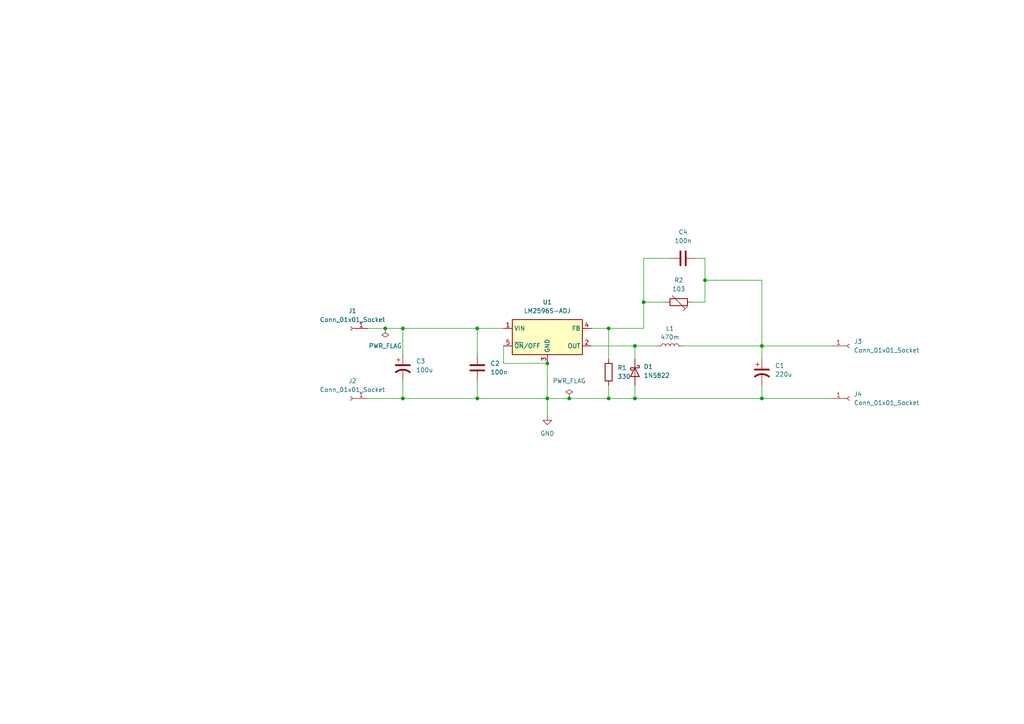
<source format=kicad_sch>
(kicad_sch
	(version 20250114)
	(generator "eeschema")
	(generator_version "9.0")
	(uuid "646c00f1-f41c-4d51-b1a4-3b1d410191c1")
	(paper "A4")
	(lib_symbols
		(symbol "Connector:Conn_01x01_Socket"
			(pin_names
				(offset 1.016)
				(hide yes)
			)
			(exclude_from_sim no)
			(in_bom yes)
			(on_board yes)
			(property "Reference" "J"
				(at 0 2.54 0)
				(effects
					(font
						(size 1.27 1.27)
					)
				)
			)
			(property "Value" "Conn_01x01_Socket"
				(at 0 -2.54 0)
				(effects
					(font
						(size 1.27 1.27)
					)
				)
			)
			(property "Footprint" ""
				(at 0 0 0)
				(effects
					(font
						(size 1.27 1.27)
					)
					(hide yes)
				)
			)
			(property "Datasheet" "~"
				(at 0 0 0)
				(effects
					(font
						(size 1.27 1.27)
					)
					(hide yes)
				)
			)
			(property "Description" "Generic connector, single row, 01x01, script generated"
				(at 0 0 0)
				(effects
					(font
						(size 1.27 1.27)
					)
					(hide yes)
				)
			)
			(property "ki_locked" ""
				(at 0 0 0)
				(effects
					(font
						(size 1.27 1.27)
					)
				)
			)
			(property "ki_keywords" "connector"
				(at 0 0 0)
				(effects
					(font
						(size 1.27 1.27)
					)
					(hide yes)
				)
			)
			(property "ki_fp_filters" "Connector*:*_1x??_*"
				(at 0 0 0)
				(effects
					(font
						(size 1.27 1.27)
					)
					(hide yes)
				)
			)
			(symbol "Conn_01x01_Socket_1_1"
				(polyline
					(pts
						(xy -1.27 0) (xy -0.508 0)
					)
					(stroke
						(width 0.1524)
						(type default)
					)
					(fill
						(type none)
					)
				)
				(arc
					(start 0 -0.508)
					(mid -0.5058 0)
					(end 0 0.508)
					(stroke
						(width 0.1524)
						(type default)
					)
					(fill
						(type none)
					)
				)
				(pin passive line
					(at -5.08 0 0)
					(length 3.81)
					(name "Pin_1"
						(effects
							(font
								(size 1.27 1.27)
							)
						)
					)
					(number "1"
						(effects
							(font
								(size 1.27 1.27)
							)
						)
					)
				)
			)
			(embedded_fonts no)
		)
		(symbol "Device:C"
			(pin_numbers
				(hide yes)
			)
			(pin_names
				(offset 0.254)
			)
			(exclude_from_sim no)
			(in_bom yes)
			(on_board yes)
			(property "Reference" "C"
				(at 0.635 2.54 0)
				(effects
					(font
						(size 1.27 1.27)
					)
					(justify left)
				)
			)
			(property "Value" "C"
				(at 0.635 -2.54 0)
				(effects
					(font
						(size 1.27 1.27)
					)
					(justify left)
				)
			)
			(property "Footprint" ""
				(at 0.9652 -3.81 0)
				(effects
					(font
						(size 1.27 1.27)
					)
					(hide yes)
				)
			)
			(property "Datasheet" "~"
				(at 0 0 0)
				(effects
					(font
						(size 1.27 1.27)
					)
					(hide yes)
				)
			)
			(property "Description" "Unpolarized capacitor"
				(at 0 0 0)
				(effects
					(font
						(size 1.27 1.27)
					)
					(hide yes)
				)
			)
			(property "ki_keywords" "cap capacitor"
				(at 0 0 0)
				(effects
					(font
						(size 1.27 1.27)
					)
					(hide yes)
				)
			)
			(property "ki_fp_filters" "C_*"
				(at 0 0 0)
				(effects
					(font
						(size 1.27 1.27)
					)
					(hide yes)
				)
			)
			(symbol "C_0_1"
				(polyline
					(pts
						(xy -2.032 0.762) (xy 2.032 0.762)
					)
					(stroke
						(width 0.508)
						(type default)
					)
					(fill
						(type none)
					)
				)
				(polyline
					(pts
						(xy -2.032 -0.762) (xy 2.032 -0.762)
					)
					(stroke
						(width 0.508)
						(type default)
					)
					(fill
						(type none)
					)
				)
			)
			(symbol "C_1_1"
				(pin passive line
					(at 0 3.81 270)
					(length 2.794)
					(name "~"
						(effects
							(font
								(size 1.27 1.27)
							)
						)
					)
					(number "1"
						(effects
							(font
								(size 1.27 1.27)
							)
						)
					)
				)
				(pin passive line
					(at 0 -3.81 90)
					(length 2.794)
					(name "~"
						(effects
							(font
								(size 1.27 1.27)
							)
						)
					)
					(number "2"
						(effects
							(font
								(size 1.27 1.27)
							)
						)
					)
				)
			)
			(embedded_fonts no)
		)
		(symbol "Device:C_Polarized_US"
			(pin_numbers
				(hide yes)
			)
			(pin_names
				(offset 0.254)
				(hide yes)
			)
			(exclude_from_sim no)
			(in_bom yes)
			(on_board yes)
			(property "Reference" "C"
				(at 0.635 2.54 0)
				(effects
					(font
						(size 1.27 1.27)
					)
					(justify left)
				)
			)
			(property "Value" "C_Polarized_US"
				(at 0.635 -2.54 0)
				(effects
					(font
						(size 1.27 1.27)
					)
					(justify left)
				)
			)
			(property "Footprint" ""
				(at 0 0 0)
				(effects
					(font
						(size 1.27 1.27)
					)
					(hide yes)
				)
			)
			(property "Datasheet" "~"
				(at 0 0 0)
				(effects
					(font
						(size 1.27 1.27)
					)
					(hide yes)
				)
			)
			(property "Description" "Polarized capacitor, US symbol"
				(at 0 0 0)
				(effects
					(font
						(size 1.27 1.27)
					)
					(hide yes)
				)
			)
			(property "ki_keywords" "cap capacitor"
				(at 0 0 0)
				(effects
					(font
						(size 1.27 1.27)
					)
					(hide yes)
				)
			)
			(property "ki_fp_filters" "CP_*"
				(at 0 0 0)
				(effects
					(font
						(size 1.27 1.27)
					)
					(hide yes)
				)
			)
			(symbol "C_Polarized_US_0_1"
				(polyline
					(pts
						(xy -2.032 0.762) (xy 2.032 0.762)
					)
					(stroke
						(width 0.508)
						(type default)
					)
					(fill
						(type none)
					)
				)
				(polyline
					(pts
						(xy -1.778 2.286) (xy -0.762 2.286)
					)
					(stroke
						(width 0)
						(type default)
					)
					(fill
						(type none)
					)
				)
				(polyline
					(pts
						(xy -1.27 1.778) (xy -1.27 2.794)
					)
					(stroke
						(width 0)
						(type default)
					)
					(fill
						(type none)
					)
				)
				(arc
					(start -2.032 -1.27)
					(mid 0 -0.5572)
					(end 2.032 -1.27)
					(stroke
						(width 0.508)
						(type default)
					)
					(fill
						(type none)
					)
				)
			)
			(symbol "C_Polarized_US_1_1"
				(pin passive line
					(at 0 3.81 270)
					(length 2.794)
					(name "~"
						(effects
							(font
								(size 1.27 1.27)
							)
						)
					)
					(number "1"
						(effects
							(font
								(size 1.27 1.27)
							)
						)
					)
				)
				(pin passive line
					(at 0 -3.81 90)
					(length 3.302)
					(name "~"
						(effects
							(font
								(size 1.27 1.27)
							)
						)
					)
					(number "2"
						(effects
							(font
								(size 1.27 1.27)
							)
						)
					)
				)
			)
			(embedded_fonts no)
		)
		(symbol "Device:L"
			(pin_numbers
				(hide yes)
			)
			(pin_names
				(offset 1.016)
				(hide yes)
			)
			(exclude_from_sim no)
			(in_bom yes)
			(on_board yes)
			(property "Reference" "L"
				(at -1.27 0 90)
				(effects
					(font
						(size 1.27 1.27)
					)
				)
			)
			(property "Value" "L"
				(at 1.905 0 90)
				(effects
					(font
						(size 1.27 1.27)
					)
				)
			)
			(property "Footprint" ""
				(at 0 0 0)
				(effects
					(font
						(size 1.27 1.27)
					)
					(hide yes)
				)
			)
			(property "Datasheet" "~"
				(at 0 0 0)
				(effects
					(font
						(size 1.27 1.27)
					)
					(hide yes)
				)
			)
			(property "Description" "Inductor"
				(at 0 0 0)
				(effects
					(font
						(size 1.27 1.27)
					)
					(hide yes)
				)
			)
			(property "ki_keywords" "inductor choke coil reactor magnetic"
				(at 0 0 0)
				(effects
					(font
						(size 1.27 1.27)
					)
					(hide yes)
				)
			)
			(property "ki_fp_filters" "Choke_* *Coil* Inductor_* L_*"
				(at 0 0 0)
				(effects
					(font
						(size 1.27 1.27)
					)
					(hide yes)
				)
			)
			(symbol "L_0_1"
				(arc
					(start 0 2.54)
					(mid 0.6323 1.905)
					(end 0 1.27)
					(stroke
						(width 0)
						(type default)
					)
					(fill
						(type none)
					)
				)
				(arc
					(start 0 1.27)
					(mid 0.6323 0.635)
					(end 0 0)
					(stroke
						(width 0)
						(type default)
					)
					(fill
						(type none)
					)
				)
				(arc
					(start 0 0)
					(mid 0.6323 -0.635)
					(end 0 -1.27)
					(stroke
						(width 0)
						(type default)
					)
					(fill
						(type none)
					)
				)
				(arc
					(start 0 -1.27)
					(mid 0.6323 -1.905)
					(end 0 -2.54)
					(stroke
						(width 0)
						(type default)
					)
					(fill
						(type none)
					)
				)
			)
			(symbol "L_1_1"
				(pin passive line
					(at 0 3.81 270)
					(length 1.27)
					(name "1"
						(effects
							(font
								(size 1.27 1.27)
							)
						)
					)
					(number "1"
						(effects
							(font
								(size 1.27 1.27)
							)
						)
					)
				)
				(pin passive line
					(at 0 -3.81 90)
					(length 1.27)
					(name "2"
						(effects
							(font
								(size 1.27 1.27)
							)
						)
					)
					(number "2"
						(effects
							(font
								(size 1.27 1.27)
							)
						)
					)
				)
			)
			(embedded_fonts no)
		)
		(symbol "Device:R"
			(pin_numbers
				(hide yes)
			)
			(pin_names
				(offset 0)
			)
			(exclude_from_sim no)
			(in_bom yes)
			(on_board yes)
			(property "Reference" "R"
				(at 2.032 0 90)
				(effects
					(font
						(size 1.27 1.27)
					)
				)
			)
			(property "Value" "R"
				(at 0 0 90)
				(effects
					(font
						(size 1.27 1.27)
					)
				)
			)
			(property "Footprint" ""
				(at -1.778 0 90)
				(effects
					(font
						(size 1.27 1.27)
					)
					(hide yes)
				)
			)
			(property "Datasheet" "~"
				(at 0 0 0)
				(effects
					(font
						(size 1.27 1.27)
					)
					(hide yes)
				)
			)
			(property "Description" "Resistor"
				(at 0 0 0)
				(effects
					(font
						(size 1.27 1.27)
					)
					(hide yes)
				)
			)
			(property "ki_keywords" "R res resistor"
				(at 0 0 0)
				(effects
					(font
						(size 1.27 1.27)
					)
					(hide yes)
				)
			)
			(property "ki_fp_filters" "R_*"
				(at 0 0 0)
				(effects
					(font
						(size 1.27 1.27)
					)
					(hide yes)
				)
			)
			(symbol "R_0_1"
				(rectangle
					(start -1.016 -2.54)
					(end 1.016 2.54)
					(stroke
						(width 0.254)
						(type default)
					)
					(fill
						(type none)
					)
				)
			)
			(symbol "R_1_1"
				(pin passive line
					(at 0 3.81 270)
					(length 1.27)
					(name "~"
						(effects
							(font
								(size 1.27 1.27)
							)
						)
					)
					(number "1"
						(effects
							(font
								(size 1.27 1.27)
							)
						)
					)
				)
				(pin passive line
					(at 0 -3.81 90)
					(length 1.27)
					(name "~"
						(effects
							(font
								(size 1.27 1.27)
							)
						)
					)
					(number "2"
						(effects
							(font
								(size 1.27 1.27)
							)
						)
					)
				)
			)
			(embedded_fonts no)
		)
		(symbol "Device:R_Trim"
			(pin_numbers
				(hide yes)
			)
			(pin_names
				(offset 0)
			)
			(exclude_from_sim no)
			(in_bom yes)
			(on_board yes)
			(property "Reference" "R"
				(at 2.54 -2.54 90)
				(effects
					(font
						(size 1.27 1.27)
					)
					(justify left)
				)
			)
			(property "Value" "R_Trim"
				(at -2.54 -0.635 90)
				(effects
					(font
						(size 1.27 1.27)
					)
					(justify left)
				)
			)
			(property "Footprint" ""
				(at -1.778 0 90)
				(effects
					(font
						(size 1.27 1.27)
					)
					(hide yes)
				)
			)
			(property "Datasheet" "~"
				(at 0 0 0)
				(effects
					(font
						(size 1.27 1.27)
					)
					(hide yes)
				)
			)
			(property "Description" "Trimmable resistor (preset resistor)"
				(at 0 0 0)
				(effects
					(font
						(size 1.27 1.27)
					)
					(hide yes)
				)
			)
			(property "ki_keywords" "R res resistor variable potentiometer trimmer"
				(at 0 0 0)
				(effects
					(font
						(size 1.27 1.27)
					)
					(hide yes)
				)
			)
			(property "ki_fp_filters" "R_*"
				(at 0 0 0)
				(effects
					(font
						(size 1.27 1.27)
					)
					(hide yes)
				)
			)
			(symbol "R_Trim_0_1"
				(polyline
					(pts
						(xy -1.905 -1.905) (xy 1.905 1.905) (xy 2.54 1.27) (xy 1.27 2.54)
					)
					(stroke
						(width 0)
						(type default)
					)
					(fill
						(type none)
					)
				)
				(rectangle
					(start -1.016 -2.54)
					(end 1.016 2.54)
					(stroke
						(width 0.254)
						(type default)
					)
					(fill
						(type none)
					)
				)
			)
			(symbol "R_Trim_1_1"
				(pin passive line
					(at 0 3.81 270)
					(length 1.27)
					(name "~"
						(effects
							(font
								(size 1.27 1.27)
							)
						)
					)
					(number "1"
						(effects
							(font
								(size 1.27 1.27)
							)
						)
					)
				)
				(pin passive line
					(at 0 -3.81 90)
					(length 1.27)
					(name "~"
						(effects
							(font
								(size 1.27 1.27)
							)
						)
					)
					(number "2"
						(effects
							(font
								(size 1.27 1.27)
							)
						)
					)
				)
			)
			(embedded_fonts no)
		)
		(symbol "Diode:1N5822"
			(pin_numbers
				(hide yes)
			)
			(pin_names
				(offset 1.016)
				(hide yes)
			)
			(exclude_from_sim no)
			(in_bom yes)
			(on_board yes)
			(property "Reference" "D"
				(at 0 2.54 0)
				(effects
					(font
						(size 1.27 1.27)
					)
				)
			)
			(property "Value" "1N5822"
				(at 0 -2.54 0)
				(effects
					(font
						(size 1.27 1.27)
					)
				)
			)
			(property "Footprint" "Diode_THT:D_DO-201AD_P15.24mm_Horizontal"
				(at 0 -4.445 0)
				(effects
					(font
						(size 1.27 1.27)
					)
					(hide yes)
				)
			)
			(property "Datasheet" "http://www.vishay.com/docs/88526/1n5820.pdf"
				(at 0 0 0)
				(effects
					(font
						(size 1.27 1.27)
					)
					(hide yes)
				)
			)
			(property "Description" "40V 3A Schottky Barrier Rectifier Diode, DO-201AD"
				(at 0 0 0)
				(effects
					(font
						(size 1.27 1.27)
					)
					(hide yes)
				)
			)
			(property "ki_keywords" "diode Schottky"
				(at 0 0 0)
				(effects
					(font
						(size 1.27 1.27)
					)
					(hide yes)
				)
			)
			(property "ki_fp_filters" "D*DO?201AD*"
				(at 0 0 0)
				(effects
					(font
						(size 1.27 1.27)
					)
					(hide yes)
				)
			)
			(symbol "1N5822_0_1"
				(polyline
					(pts
						(xy -1.905 0.635) (xy -1.905 1.27) (xy -1.27 1.27) (xy -1.27 -1.27) (xy -0.635 -1.27) (xy -0.635 -0.635)
					)
					(stroke
						(width 0.254)
						(type default)
					)
					(fill
						(type none)
					)
				)
				(polyline
					(pts
						(xy 1.27 1.27) (xy 1.27 -1.27) (xy -1.27 0) (xy 1.27 1.27)
					)
					(stroke
						(width 0.254)
						(type default)
					)
					(fill
						(type none)
					)
				)
				(polyline
					(pts
						(xy 1.27 0) (xy -1.27 0)
					)
					(stroke
						(width 0)
						(type default)
					)
					(fill
						(type none)
					)
				)
			)
			(symbol "1N5822_1_1"
				(pin passive line
					(at -3.81 0 0)
					(length 2.54)
					(name "K"
						(effects
							(font
								(size 1.27 1.27)
							)
						)
					)
					(number "1"
						(effects
							(font
								(size 1.27 1.27)
							)
						)
					)
				)
				(pin passive line
					(at 3.81 0 180)
					(length 2.54)
					(name "A"
						(effects
							(font
								(size 1.27 1.27)
							)
						)
					)
					(number "2"
						(effects
							(font
								(size 1.27 1.27)
							)
						)
					)
				)
			)
			(embedded_fonts no)
		)
		(symbol "Regulator_Switching:LM2596S-ADJ"
			(exclude_from_sim no)
			(in_bom yes)
			(on_board yes)
			(property "Reference" "U"
				(at -10.16 6.35 0)
				(effects
					(font
						(size 1.27 1.27)
					)
					(justify left)
				)
			)
			(property "Value" "LM2596S-ADJ"
				(at 0 6.35 0)
				(effects
					(font
						(size 1.27 1.27)
					)
					(justify left)
				)
			)
			(property "Footprint" "Package_TO_SOT_SMD:TO-263-5_TabPin3"
				(at 1.27 -6.35 0)
				(effects
					(font
						(size 1.27 1.27)
						(italic yes)
					)
					(justify left)
					(hide yes)
				)
			)
			(property "Datasheet" "http://www.ti.com/lit/ds/symlink/lm2596.pdf"
				(at 0 0 0)
				(effects
					(font
						(size 1.27 1.27)
					)
					(hide yes)
				)
			)
			(property "Description" "Adjustable 3A Step-Down Voltage Regulator, TO-263"
				(at 0 0 0)
				(effects
					(font
						(size 1.27 1.27)
					)
					(hide yes)
				)
			)
			(property "ki_keywords" "Step-Down Voltage Regulator Adjustable 3A"
				(at 0 0 0)
				(effects
					(font
						(size 1.27 1.27)
					)
					(hide yes)
				)
			)
			(property "ki_fp_filters" "TO?263*"
				(at 0 0 0)
				(effects
					(font
						(size 1.27 1.27)
					)
					(hide yes)
				)
			)
			(symbol "LM2596S-ADJ_0_1"
				(rectangle
					(start -10.16 5.08)
					(end 10.16 -5.08)
					(stroke
						(width 0.254)
						(type default)
					)
					(fill
						(type background)
					)
				)
			)
			(symbol "LM2596S-ADJ_1_1"
				(pin power_in line
					(at -12.7 2.54 0)
					(length 2.54)
					(name "VIN"
						(effects
							(font
								(size 1.27 1.27)
							)
						)
					)
					(number "1"
						(effects
							(font
								(size 1.27 1.27)
							)
						)
					)
				)
				(pin input line
					(at -12.7 -2.54 0)
					(length 2.54)
					(name "~{ON}/OFF"
						(effects
							(font
								(size 1.27 1.27)
							)
						)
					)
					(number "5"
						(effects
							(font
								(size 1.27 1.27)
							)
						)
					)
				)
				(pin power_in line
					(at 0 -7.62 90)
					(length 2.54)
					(name "GND"
						(effects
							(font
								(size 1.27 1.27)
							)
						)
					)
					(number "3"
						(effects
							(font
								(size 1.27 1.27)
							)
						)
					)
				)
				(pin input line
					(at 12.7 2.54 180)
					(length 2.54)
					(name "FB"
						(effects
							(font
								(size 1.27 1.27)
							)
						)
					)
					(number "4"
						(effects
							(font
								(size 1.27 1.27)
							)
						)
					)
				)
				(pin output line
					(at 12.7 -2.54 180)
					(length 2.54)
					(name "OUT"
						(effects
							(font
								(size 1.27 1.27)
							)
						)
					)
					(number "2"
						(effects
							(font
								(size 1.27 1.27)
							)
						)
					)
				)
			)
			(embedded_fonts no)
		)
		(symbol "power:GND"
			(power)
			(pin_numbers
				(hide yes)
			)
			(pin_names
				(offset 0)
				(hide yes)
			)
			(exclude_from_sim no)
			(in_bom yes)
			(on_board yes)
			(property "Reference" "#PWR"
				(at 0 -6.35 0)
				(effects
					(font
						(size 1.27 1.27)
					)
					(hide yes)
				)
			)
			(property "Value" "GND"
				(at 0 -3.81 0)
				(effects
					(font
						(size 1.27 1.27)
					)
				)
			)
			(property "Footprint" ""
				(at 0 0 0)
				(effects
					(font
						(size 1.27 1.27)
					)
					(hide yes)
				)
			)
			(property "Datasheet" ""
				(at 0 0 0)
				(effects
					(font
						(size 1.27 1.27)
					)
					(hide yes)
				)
			)
			(property "Description" "Power symbol creates a global label with name \"GND\" , ground"
				(at 0 0 0)
				(effects
					(font
						(size 1.27 1.27)
					)
					(hide yes)
				)
			)
			(property "ki_keywords" "global power"
				(at 0 0 0)
				(effects
					(font
						(size 1.27 1.27)
					)
					(hide yes)
				)
			)
			(symbol "GND_0_1"
				(polyline
					(pts
						(xy 0 0) (xy 0 -1.27) (xy 1.27 -1.27) (xy 0 -2.54) (xy -1.27 -1.27) (xy 0 -1.27)
					)
					(stroke
						(width 0)
						(type default)
					)
					(fill
						(type none)
					)
				)
			)
			(symbol "GND_1_1"
				(pin power_in line
					(at 0 0 270)
					(length 0)
					(name "~"
						(effects
							(font
								(size 1.27 1.27)
							)
						)
					)
					(number "1"
						(effects
							(font
								(size 1.27 1.27)
							)
						)
					)
				)
			)
			(embedded_fonts no)
		)
		(symbol "power:PWR_FLAG"
			(power)
			(pin_numbers
				(hide yes)
			)
			(pin_names
				(offset 0)
				(hide yes)
			)
			(exclude_from_sim no)
			(in_bom yes)
			(on_board yes)
			(property "Reference" "#FLG"
				(at 0 1.905 0)
				(effects
					(font
						(size 1.27 1.27)
					)
					(hide yes)
				)
			)
			(property "Value" "PWR_FLAG"
				(at 0 3.81 0)
				(effects
					(font
						(size 1.27 1.27)
					)
				)
			)
			(property "Footprint" ""
				(at 0 0 0)
				(effects
					(font
						(size 1.27 1.27)
					)
					(hide yes)
				)
			)
			(property "Datasheet" "~"
				(at 0 0 0)
				(effects
					(font
						(size 1.27 1.27)
					)
					(hide yes)
				)
			)
			(property "Description" "Special symbol for telling ERC where power comes from"
				(at 0 0 0)
				(effects
					(font
						(size 1.27 1.27)
					)
					(hide yes)
				)
			)
			(property "ki_keywords" "flag power"
				(at 0 0 0)
				(effects
					(font
						(size 1.27 1.27)
					)
					(hide yes)
				)
			)
			(symbol "PWR_FLAG_0_0"
				(pin power_out line
					(at 0 0 90)
					(length 0)
					(name "~"
						(effects
							(font
								(size 1.27 1.27)
							)
						)
					)
					(number "1"
						(effects
							(font
								(size 1.27 1.27)
							)
						)
					)
				)
			)
			(symbol "PWR_FLAG_0_1"
				(polyline
					(pts
						(xy 0 0) (xy 0 1.27) (xy -1.016 1.905) (xy 0 2.54) (xy 1.016 1.905) (xy 0 1.27)
					)
					(stroke
						(width 0)
						(type default)
					)
					(fill
						(type none)
					)
				)
			)
			(embedded_fonts no)
		)
	)
	(junction
		(at 158.75 115.57)
		(diameter 0)
		(color 0 0 0 0)
		(uuid "082952ab-2e74-42d1-a9cd-5c1e6918382f")
	)
	(junction
		(at 165.1 115.57)
		(diameter 0)
		(color 0 0 0 0)
		(uuid "13d3c87d-b97b-4478-9132-2b71fb6f8870")
	)
	(junction
		(at 111.76 95.25)
		(diameter 0)
		(color 0 0 0 0)
		(uuid "18ee900c-2ce2-4e17-b927-a72498ee8d5c")
	)
	(junction
		(at 158.75 105.41)
		(diameter 0)
		(color 0 0 0 0)
		(uuid "192634fe-03e7-4da3-9deb-2bc9f7ab350d")
	)
	(junction
		(at 176.53 115.57)
		(diameter 0)
		(color 0 0 0 0)
		(uuid "233f633f-d453-4f2f-b1e0-b5db8f007b0f")
	)
	(junction
		(at 176.53 95.25)
		(diameter 0)
		(color 0 0 0 0)
		(uuid "3af1e546-3101-4b98-90f2-0487db143fca")
	)
	(junction
		(at 116.84 95.25)
		(diameter 0)
		(color 0 0 0 0)
		(uuid "402cce6d-984e-4728-a08a-4de8d2158d44")
	)
	(junction
		(at 186.69 87.63)
		(diameter 0)
		(color 0 0 0 0)
		(uuid "487b715c-fe72-497a-bdc1-f283e8826cd5")
	)
	(junction
		(at 138.43 115.57)
		(diameter 0)
		(color 0 0 0 0)
		(uuid "5265283f-fab7-40e3-b0d3-cd99fe22e111")
	)
	(junction
		(at 220.98 115.57)
		(diameter 0)
		(color 0 0 0 0)
		(uuid "5bcf10cf-4e86-41fe-8e80-ffd2c3ab5ad8")
	)
	(junction
		(at 220.98 100.33)
		(diameter 0)
		(color 0 0 0 0)
		(uuid "79901a33-e645-4d62-a6e1-d04525bba02a")
	)
	(junction
		(at 204.47 81.28)
		(diameter 0)
		(color 0 0 0 0)
		(uuid "8effcb49-57d0-4b5e-87a4-c49397f9e378")
	)
	(junction
		(at 116.84 115.57)
		(diameter 0)
		(color 0 0 0 0)
		(uuid "96daf9a1-0641-468d-9a92-93147d01133d")
	)
	(junction
		(at 184.15 100.33)
		(diameter 0)
		(color 0 0 0 0)
		(uuid "a11c4e22-9d12-480c-bdfb-e6931dcd9956")
	)
	(junction
		(at 138.43 95.25)
		(diameter 0)
		(color 0 0 0 0)
		(uuid "b61aee37-3d63-446d-bc63-412f9f198f92")
	)
	(junction
		(at 184.15 115.57)
		(diameter 0)
		(color 0 0 0 0)
		(uuid "ffd2bff3-17d7-46fd-a2d7-0ee38be02a99")
	)
	(wire
		(pts
			(xy 116.84 115.57) (xy 106.68 115.57)
		)
		(stroke
			(width 0)
			(type default)
		)
		(uuid "007fa93e-5c76-46b0-991d-24fea909d709")
	)
	(wire
		(pts
			(xy 138.43 110.49) (xy 138.43 115.57)
		)
		(stroke
			(width 0)
			(type default)
		)
		(uuid "023245e3-b951-419f-ab32-112706a92a60")
	)
	(wire
		(pts
			(xy 116.84 95.25) (xy 138.43 95.25)
		)
		(stroke
			(width 0)
			(type default)
		)
		(uuid "04bb4208-4dde-4394-9ecf-655f0f8b7c2b")
	)
	(wire
		(pts
			(xy 204.47 87.63) (xy 200.66 87.63)
		)
		(stroke
			(width 0)
			(type default)
		)
		(uuid "0e39b973-72a7-4dc8-b868-858f41e261ae")
	)
	(wire
		(pts
			(xy 184.15 115.57) (xy 220.98 115.57)
		)
		(stroke
			(width 0)
			(type default)
		)
		(uuid "11687788-f863-47fc-8901-ff4b653a0132")
	)
	(wire
		(pts
			(xy 176.53 115.57) (xy 184.15 115.57)
		)
		(stroke
			(width 0)
			(type default)
		)
		(uuid "1e1dda62-973c-4c8c-abe2-fc944d3f0736")
	)
	(wire
		(pts
			(xy 158.75 115.57) (xy 138.43 115.57)
		)
		(stroke
			(width 0)
			(type default)
		)
		(uuid "335a27a1-8b12-420b-9563-f51d3db912cd")
	)
	(wire
		(pts
			(xy 184.15 111.76) (xy 184.15 115.57)
		)
		(stroke
			(width 0)
			(type default)
		)
		(uuid "36d3f95a-ed83-40f6-89cd-812811fee8f2")
	)
	(wire
		(pts
			(xy 176.53 111.76) (xy 176.53 115.57)
		)
		(stroke
			(width 0)
			(type default)
		)
		(uuid "3c7931b1-6e13-4c2f-bfae-059f00866dae")
	)
	(wire
		(pts
			(xy 158.75 115.57) (xy 158.75 120.65)
		)
		(stroke
			(width 0)
			(type default)
		)
		(uuid "41389c54-934e-491b-b5a3-1d19afb3681d")
	)
	(wire
		(pts
			(xy 171.45 95.25) (xy 176.53 95.25)
		)
		(stroke
			(width 0)
			(type default)
		)
		(uuid "43995b09-a26b-44d7-9c37-8bcf3ba59608")
	)
	(wire
		(pts
			(xy 220.98 100.33) (xy 241.3 100.33)
		)
		(stroke
			(width 0)
			(type default)
		)
		(uuid "49d92f77-1c32-4896-8fe8-f9811c5ebb15")
	)
	(wire
		(pts
			(xy 184.15 100.33) (xy 190.5 100.33)
		)
		(stroke
			(width 0)
			(type default)
		)
		(uuid "4f4c84ff-9b82-449b-bfa1-75f1ce677e5c")
	)
	(wire
		(pts
			(xy 146.05 100.33) (xy 146.05 105.41)
		)
		(stroke
			(width 0)
			(type default)
		)
		(uuid "5a0a0af4-c524-4df3-b52e-2c3f9fd2a971")
	)
	(wire
		(pts
			(xy 158.75 105.41) (xy 158.75 115.57)
		)
		(stroke
			(width 0)
			(type default)
		)
		(uuid "5cf37fe6-0bc6-4f42-b3be-09a45c2eb985")
	)
	(wire
		(pts
			(xy 106.68 95.25) (xy 111.76 95.25)
		)
		(stroke
			(width 0)
			(type default)
		)
		(uuid "6a088a4a-4a24-407c-8ffe-bff4e9075776")
	)
	(wire
		(pts
			(xy 184.15 100.33) (xy 184.15 104.14)
		)
		(stroke
			(width 0)
			(type default)
		)
		(uuid "6bdb13d9-267d-4584-93a5-0305389ffa9e")
	)
	(wire
		(pts
			(xy 146.05 105.41) (xy 158.75 105.41)
		)
		(stroke
			(width 0)
			(type default)
		)
		(uuid "71ae1a64-4447-4dc3-9985-cf29452dc1e5")
	)
	(wire
		(pts
			(xy 138.43 115.57) (xy 116.84 115.57)
		)
		(stroke
			(width 0)
			(type default)
		)
		(uuid "7a6cc388-c2a4-421a-b7b3-dc3761b88a70")
	)
	(wire
		(pts
			(xy 220.98 115.57) (xy 241.3 115.57)
		)
		(stroke
			(width 0)
			(type default)
		)
		(uuid "8e2d2fb6-8ed9-4550-8c36-5e8acd9338ff")
	)
	(wire
		(pts
			(xy 116.84 95.25) (xy 116.84 102.87)
		)
		(stroke
			(width 0)
			(type default)
		)
		(uuid "8e9eeb74-1dfe-4977-b3b3-2ba4bbb5cfff")
	)
	(wire
		(pts
			(xy 186.69 74.93) (xy 194.31 74.93)
		)
		(stroke
			(width 0)
			(type default)
		)
		(uuid "a163aa25-679e-4564-8db8-75c6efb2cb61")
	)
	(wire
		(pts
			(xy 186.69 87.63) (xy 193.04 87.63)
		)
		(stroke
			(width 0)
			(type default)
		)
		(uuid "a49ccc11-6b3d-4737-ba4e-60b7dd913d1b")
	)
	(wire
		(pts
			(xy 171.45 100.33) (xy 184.15 100.33)
		)
		(stroke
			(width 0)
			(type default)
		)
		(uuid "a4c892f4-38ff-47b5-b9da-08bca53858d1")
	)
	(wire
		(pts
			(xy 204.47 81.28) (xy 220.98 81.28)
		)
		(stroke
			(width 0)
			(type default)
		)
		(uuid "a60e173c-07a4-4837-acee-5405570c98a9")
	)
	(wire
		(pts
			(xy 220.98 104.14) (xy 220.98 100.33)
		)
		(stroke
			(width 0)
			(type default)
		)
		(uuid "af6000fe-401d-49b7-9c65-f75b412df22c")
	)
	(wire
		(pts
			(xy 116.84 110.49) (xy 116.84 115.57)
		)
		(stroke
			(width 0)
			(type default)
		)
		(uuid "c5ea405b-4ef2-4ce9-93ab-3eda201649b4")
	)
	(wire
		(pts
			(xy 220.98 81.28) (xy 220.98 100.33)
		)
		(stroke
			(width 0)
			(type default)
		)
		(uuid "c905c1a0-11f3-45b5-aa15-1cd4acc0e135")
	)
	(wire
		(pts
			(xy 176.53 95.25) (xy 186.69 95.25)
		)
		(stroke
			(width 0)
			(type default)
		)
		(uuid "ccfc86ad-e1ce-4771-9d97-41bbc786c14b")
	)
	(wire
		(pts
			(xy 165.1 115.57) (xy 158.75 115.57)
		)
		(stroke
			(width 0)
			(type default)
		)
		(uuid "cdf725ba-e82f-43a4-ad3c-815f0caa21e2")
	)
	(wire
		(pts
			(xy 186.69 87.63) (xy 186.69 74.93)
		)
		(stroke
			(width 0)
			(type default)
		)
		(uuid "d04961e8-2d70-4bde-8832-981922ef32b0")
	)
	(wire
		(pts
			(xy 198.12 100.33) (xy 220.98 100.33)
		)
		(stroke
			(width 0)
			(type default)
		)
		(uuid "d38014fa-d451-46f5-b41e-112f99457bd5")
	)
	(wire
		(pts
			(xy 111.76 95.25) (xy 116.84 95.25)
		)
		(stroke
			(width 0)
			(type default)
		)
		(uuid "d8b04720-7083-4352-a0e5-8514ad5c3b09")
	)
	(wire
		(pts
			(xy 138.43 95.25) (xy 138.43 102.87)
		)
		(stroke
			(width 0)
			(type default)
		)
		(uuid "d99f9c94-8955-4b64-9cea-0a087c93ee37")
	)
	(wire
		(pts
			(xy 220.98 111.76) (xy 220.98 115.57)
		)
		(stroke
			(width 0)
			(type default)
		)
		(uuid "daec8dec-e95a-4369-bf28-0a8bfec864c3")
	)
	(wire
		(pts
			(xy 176.53 115.57) (xy 165.1 115.57)
		)
		(stroke
			(width 0)
			(type default)
		)
		(uuid "dc3414bf-7b3a-4fe9-a0c2-071cdcd3763d")
	)
	(wire
		(pts
			(xy 186.69 95.25) (xy 186.69 87.63)
		)
		(stroke
			(width 0)
			(type default)
		)
		(uuid "ee9325e1-551f-4232-b2e4-806e82eefb55")
	)
	(wire
		(pts
			(xy 204.47 81.28) (xy 204.47 87.63)
		)
		(stroke
			(width 0)
			(type default)
		)
		(uuid "ef7f2313-e80a-4117-9ab0-5ce914102335")
	)
	(wire
		(pts
			(xy 138.43 95.25) (xy 146.05 95.25)
		)
		(stroke
			(width 0)
			(type default)
		)
		(uuid "f585e3a7-62dc-48f4-9634-47bc064a53ca")
	)
	(wire
		(pts
			(xy 201.93 74.93) (xy 204.47 74.93)
		)
		(stroke
			(width 0)
			(type default)
		)
		(uuid "f7212586-5b93-4a6b-84b9-926ea1094b1a")
	)
	(wire
		(pts
			(xy 176.53 95.25) (xy 176.53 104.14)
		)
		(stroke
			(width 0)
			(type default)
		)
		(uuid "f8bce82e-e691-4d8a-8700-b12197e7a6f3")
	)
	(wire
		(pts
			(xy 204.47 74.93) (xy 204.47 81.28)
		)
		(stroke
			(width 0)
			(type default)
		)
		(uuid "fecec454-0b2d-4360-8c19-4d3150f2dd1e")
	)
	(symbol
		(lib_id "Connector:Conn_01x01_Socket")
		(at 101.6 95.25 180)
		(unit 1)
		(exclude_from_sim no)
		(in_bom yes)
		(on_board yes)
		(dnp no)
		(fields_autoplaced yes)
		(uuid "11754d78-6aeb-4338-89bb-ba12ead20ecb")
		(property "Reference" "J1"
			(at 102.235 90.17 0)
			(effects
				(font
					(size 1.27 1.27)
				)
			)
		)
		(property "Value" "Conn_01x01_Socket"
			(at 102.235 92.71 0)
			(effects
				(font
					(size 1.27 1.27)
				)
			)
		)
		(property "Footprint" "Connector_Wire:SolderWire-0.5sqmm_1x01_D0.9mm_OD2.1mm"
			(at 101.6 95.25 0)
			(effects
				(font
					(size 1.27 1.27)
				)
				(hide yes)
			)
		)
		(property "Datasheet" "~"
			(at 101.6 95.25 0)
			(effects
				(font
					(size 1.27 1.27)
				)
				(hide yes)
			)
		)
		(property "Description" "Generic connector, single row, 01x01, script generated"
			(at 101.6 95.25 0)
			(effects
				(font
					(size 1.27 1.27)
				)
				(hide yes)
			)
		)
		(pin "1"
			(uuid "d1672c67-62ff-4a7d-b9b6-f50f6158235b")
		)
		(instances
			(project ""
				(path "/646c00f1-f41c-4d51-b1a4-3b1d410191c1"
					(reference "J1")
					(unit 1)
				)
			)
		)
	)
	(symbol
		(lib_id "Device:C_Polarized_US")
		(at 220.98 107.95 0)
		(unit 1)
		(exclude_from_sim no)
		(in_bom yes)
		(on_board yes)
		(dnp no)
		(fields_autoplaced yes)
		(uuid "119c0bed-f1f9-4b91-8b48-336020faa117")
		(property "Reference" "C1"
			(at 224.79 106.0449 0)
			(effects
				(font
					(size 1.27 1.27)
				)
				(justify left)
			)
		)
		(property "Value" "220u"
			(at 224.79 108.5849 0)
			(effects
				(font
					(size 1.27 1.27)
				)
				(justify left)
			)
		)
		(property "Footprint" "Capacitor_SMD:CP_Elec_8x10"
			(at 220.98 107.95 0)
			(effects
				(font
					(size 1.27 1.27)
				)
				(hide yes)
			)
		)
		(property "Datasheet" "~"
			(at 220.98 107.95 0)
			(effects
				(font
					(size 1.27 1.27)
				)
				(hide yes)
			)
		)
		(property "Description" "Polarized capacitor, US symbol"
			(at 220.98 107.95 0)
			(effects
				(font
					(size 1.27 1.27)
				)
				(hide yes)
			)
		)
		(pin "1"
			(uuid "712429da-746a-4d48-a3fd-52628352dd9f")
		)
		(pin "2"
			(uuid "82eda792-9fc3-4d55-b1ea-5a16462ace21")
		)
		(instances
			(project "buck_converter"
				(path "/646c00f1-f41c-4d51-b1a4-3b1d410191c1"
					(reference "C1")
					(unit 1)
				)
			)
		)
	)
	(symbol
		(lib_id "Device:R")
		(at 176.53 107.95 0)
		(unit 1)
		(exclude_from_sim no)
		(in_bom yes)
		(on_board yes)
		(dnp no)
		(fields_autoplaced yes)
		(uuid "1875f4aa-75ba-4d2a-8e38-40eb7b7dbaa2")
		(property "Reference" "R1"
			(at 179.07 106.6799 0)
			(effects
				(font
					(size 1.27 1.27)
				)
				(justify left)
			)
		)
		(property "Value" "330"
			(at 179.07 109.2199 0)
			(effects
				(font
					(size 1.27 1.27)
				)
				(justify left)
			)
		)
		(property "Footprint" "Resistor_SMD:R_0603_1608Metric_Pad0.98x0.95mm_HandSolder"
			(at 174.752 107.95 90)
			(effects
				(font
					(size 1.27 1.27)
				)
				(hide yes)
			)
		)
		(property "Datasheet" "~"
			(at 176.53 107.95 0)
			(effects
				(font
					(size 1.27 1.27)
				)
				(hide yes)
			)
		)
		(property "Description" "Resistor"
			(at 176.53 107.95 0)
			(effects
				(font
					(size 1.27 1.27)
				)
				(hide yes)
			)
		)
		(pin "1"
			(uuid "a175754d-6ce5-47de-96af-97707853935b")
		)
		(pin "2"
			(uuid "3df1f41b-fe45-475f-b04b-4ebaeeeace9d")
		)
		(instances
			(project ""
				(path "/646c00f1-f41c-4d51-b1a4-3b1d410191c1"
					(reference "R1")
					(unit 1)
				)
			)
		)
	)
	(symbol
		(lib_id "Regulator_Switching:LM2596S-ADJ")
		(at 158.75 97.79 0)
		(unit 1)
		(exclude_from_sim no)
		(in_bom yes)
		(on_board yes)
		(dnp no)
		(fields_autoplaced yes)
		(uuid "22d23e4d-fe87-4378-9d77-fb616ba67e88")
		(property "Reference" "U1"
			(at 158.75 87.63 0)
			(effects
				(font
					(size 1.27 1.27)
				)
			)
		)
		(property "Value" "LM2596S-ADJ"
			(at 158.75 90.17 0)
			(effects
				(font
					(size 1.27 1.27)
				)
			)
		)
		(property "Footprint" "Package_TO_SOT_SMD:TO-263-5_TabPin3"
			(at 160.02 104.14 0)
			(effects
				(font
					(size 1.27 1.27)
					(italic yes)
				)
				(justify left)
				(hide yes)
			)
		)
		(property "Datasheet" "http://www.ti.com/lit/ds/symlink/lm2596.pdf"
			(at 158.75 97.79 0)
			(effects
				(font
					(size 1.27 1.27)
				)
				(hide yes)
			)
		)
		(property "Description" "Adjustable 3A Step-Down Voltage Regulator, TO-263"
			(at 158.75 97.79 0)
			(effects
				(font
					(size 1.27 1.27)
				)
				(hide yes)
			)
		)
		(pin "5"
			(uuid "54b9179a-5d49-4a25-9a8a-5d2504cc56b1")
		)
		(pin "3"
			(uuid "32a4d8bd-b176-4143-9db0-6749a2a5bcd7")
		)
		(pin "1"
			(uuid "92e70732-0c93-4325-9592-6f9a2b125cb0")
		)
		(pin "4"
			(uuid "b025a4e1-b0eb-4ce9-92cb-7e2c28049857")
		)
		(pin "2"
			(uuid "c714945f-a843-42d6-9a69-6b3015086435")
		)
		(instances
			(project ""
				(path "/646c00f1-f41c-4d51-b1a4-3b1d410191c1"
					(reference "U1")
					(unit 1)
				)
			)
		)
	)
	(symbol
		(lib_id "Device:C")
		(at 198.12 74.93 90)
		(unit 1)
		(exclude_from_sim no)
		(in_bom yes)
		(on_board yes)
		(dnp no)
		(fields_autoplaced yes)
		(uuid "3c5cf672-1fa3-4922-ad00-94af1e926357")
		(property "Reference" "C4"
			(at 198.12 67.31 90)
			(effects
				(font
					(size 1.27 1.27)
				)
			)
		)
		(property "Value" "100n"
			(at 198.12 69.85 90)
			(effects
				(font
					(size 1.27 1.27)
				)
			)
		)
		(property "Footprint" "Capacitor_SMD:C_0603_1608Metric_Pad1.08x0.95mm_HandSolder"
			(at 201.93 73.9648 0)
			(effects
				(font
					(size 1.27 1.27)
				)
				(hide yes)
			)
		)
		(property "Datasheet" "~"
			(at 198.12 74.93 0)
			(effects
				(font
					(size 1.27 1.27)
				)
				(hide yes)
			)
		)
		(property "Description" "Unpolarized capacitor"
			(at 198.12 74.93 0)
			(effects
				(font
					(size 1.27 1.27)
				)
				(hide yes)
			)
		)
		(pin "2"
			(uuid "f5432073-9a79-4e8a-9648-2dc3a7057e40")
		)
		(pin "1"
			(uuid "83781536-6b70-4ff3-a480-b3548f60b05e")
		)
		(instances
			(project "buck_converter"
				(path "/646c00f1-f41c-4d51-b1a4-3b1d410191c1"
					(reference "C4")
					(unit 1)
				)
			)
		)
	)
	(symbol
		(lib_id "power:PWR_FLAG")
		(at 111.76 95.25 180)
		(unit 1)
		(exclude_from_sim no)
		(in_bom yes)
		(on_board yes)
		(dnp no)
		(fields_autoplaced yes)
		(uuid "44eb73c6-b711-4b7d-ada1-b3f2fe8b4b7f")
		(property "Reference" "#FLG02"
			(at 111.76 97.155 0)
			(effects
				(font
					(size 1.27 1.27)
				)
				(hide yes)
			)
		)
		(property "Value" "PWR_FLAG"
			(at 111.76 100.33 0)
			(effects
				(font
					(size 1.27 1.27)
				)
			)
		)
		(property "Footprint" ""
			(at 111.76 95.25 0)
			(effects
				(font
					(size 1.27 1.27)
				)
				(hide yes)
			)
		)
		(property "Datasheet" "~"
			(at 111.76 95.25 0)
			(effects
				(font
					(size 1.27 1.27)
				)
				(hide yes)
			)
		)
		(property "Description" "Special symbol for telling ERC where power comes from"
			(at 111.76 95.25 0)
			(effects
				(font
					(size 1.27 1.27)
				)
				(hide yes)
			)
		)
		(pin "1"
			(uuid "1323b1fa-07f2-46e9-9551-70a446247551")
		)
		(instances
			(project ""
				(path "/646c00f1-f41c-4d51-b1a4-3b1d410191c1"
					(reference "#FLG02")
					(unit 1)
				)
			)
		)
	)
	(symbol
		(lib_id "Device:C")
		(at 138.43 106.68 0)
		(unit 1)
		(exclude_from_sim no)
		(in_bom yes)
		(on_board yes)
		(dnp no)
		(fields_autoplaced yes)
		(uuid "5421204d-339b-487a-bb99-32cd7d46f2ca")
		(property "Reference" "C2"
			(at 142.24 105.4099 0)
			(effects
				(font
					(size 1.27 1.27)
				)
				(justify left)
			)
		)
		(property "Value" "100n"
			(at 142.24 107.9499 0)
			(effects
				(font
					(size 1.27 1.27)
				)
				(justify left)
			)
		)
		(property "Footprint" "Capacitor_SMD:C_0603_1608Metric_Pad1.08x0.95mm_HandSolder"
			(at 139.3952 110.49 0)
			(effects
				(font
					(size 1.27 1.27)
				)
				(hide yes)
			)
		)
		(property "Datasheet" "~"
			(at 138.43 106.68 0)
			(effects
				(font
					(size 1.27 1.27)
				)
				(hide yes)
			)
		)
		(property "Description" "Unpolarized capacitor"
			(at 138.43 106.68 0)
			(effects
				(font
					(size 1.27 1.27)
				)
				(hide yes)
			)
		)
		(pin "2"
			(uuid "8b054160-a6d8-46e6-bc81-1b345c425432")
		)
		(pin "1"
			(uuid "763d71fa-7efb-4913-8ee5-0849b58b3060")
		)
		(instances
			(project ""
				(path "/646c00f1-f41c-4d51-b1a4-3b1d410191c1"
					(reference "C2")
					(unit 1)
				)
			)
		)
	)
	(symbol
		(lib_id "Connector:Conn_01x01_Socket")
		(at 246.38 115.57 0)
		(unit 1)
		(exclude_from_sim no)
		(in_bom yes)
		(on_board yes)
		(dnp no)
		(fields_autoplaced yes)
		(uuid "6761d478-282f-4bd3-8991-9553490f3f43")
		(property "Reference" "J4"
			(at 247.65 114.2999 0)
			(effects
				(font
					(size 1.27 1.27)
				)
				(justify left)
			)
		)
		(property "Value" "Conn_01x01_Socket"
			(at 247.65 116.8399 0)
			(effects
				(font
					(size 1.27 1.27)
				)
				(justify left)
			)
		)
		(property "Footprint" "Connector_Wire:SolderWire-0.5sqmm_1x01_D0.9mm_OD2.1mm"
			(at 246.38 115.57 0)
			(effects
				(font
					(size 1.27 1.27)
				)
				(hide yes)
			)
		)
		(property "Datasheet" "~"
			(at 246.38 115.57 0)
			(effects
				(font
					(size 1.27 1.27)
				)
				(hide yes)
			)
		)
		(property "Description" "Generic connector, single row, 01x01, script generated"
			(at 246.38 115.57 0)
			(effects
				(font
					(size 1.27 1.27)
				)
				(hide yes)
			)
		)
		(pin "1"
			(uuid "753e6e51-61ad-474d-9884-8493790e7f27")
		)
		(instances
			(project "buck_converter"
				(path "/646c00f1-f41c-4d51-b1a4-3b1d410191c1"
					(reference "J4")
					(unit 1)
				)
			)
		)
	)
	(symbol
		(lib_id "power:PWR_FLAG")
		(at 165.1 115.57 0)
		(unit 1)
		(exclude_from_sim no)
		(in_bom yes)
		(on_board yes)
		(dnp no)
		(fields_autoplaced yes)
		(uuid "6b05f79e-3543-4242-bc8f-6ce6f8966fb9")
		(property "Reference" "#FLG01"
			(at 165.1 113.665 0)
			(effects
				(font
					(size 1.27 1.27)
				)
				(hide yes)
			)
		)
		(property "Value" "PWR_FLAG"
			(at 165.1 110.49 0)
			(effects
				(font
					(size 1.27 1.27)
				)
			)
		)
		(property "Footprint" ""
			(at 165.1 115.57 0)
			(effects
				(font
					(size 1.27 1.27)
				)
				(hide yes)
			)
		)
		(property "Datasheet" "~"
			(at 165.1 115.57 0)
			(effects
				(font
					(size 1.27 1.27)
				)
				(hide yes)
			)
		)
		(property "Description" "Special symbol for telling ERC where power comes from"
			(at 165.1 115.57 0)
			(effects
				(font
					(size 1.27 1.27)
				)
				(hide yes)
			)
		)
		(pin "1"
			(uuid "6b749c2e-d24e-4e87-97a3-4fbd3b11fdfe")
		)
		(instances
			(project ""
				(path "/646c00f1-f41c-4d51-b1a4-3b1d410191c1"
					(reference "#FLG01")
					(unit 1)
				)
			)
		)
	)
	(symbol
		(lib_id "Device:C_Polarized_US")
		(at 116.84 106.68 0)
		(unit 1)
		(exclude_from_sim no)
		(in_bom yes)
		(on_board yes)
		(dnp no)
		(fields_autoplaced yes)
		(uuid "9194e156-0221-4394-8d86-1f9c537fff8f")
		(property "Reference" "C3"
			(at 120.65 104.7749 0)
			(effects
				(font
					(size 1.27 1.27)
				)
				(justify left)
			)
		)
		(property "Value" "100u"
			(at 120.65 107.3149 0)
			(effects
				(font
					(size 1.27 1.27)
				)
				(justify left)
			)
		)
		(property "Footprint" "Capacitor_SMD:CP_Elec_8x10"
			(at 116.84 106.68 0)
			(effects
				(font
					(size 1.27 1.27)
				)
				(hide yes)
			)
		)
		(property "Datasheet" "~"
			(at 116.84 106.68 0)
			(effects
				(font
					(size 1.27 1.27)
				)
				(hide yes)
			)
		)
		(property "Description" "Polarized capacitor, US symbol"
			(at 116.84 106.68 0)
			(effects
				(font
					(size 1.27 1.27)
				)
				(hide yes)
			)
		)
		(pin "1"
			(uuid "d4f71e33-c903-4d7c-97c2-0860e36715cd")
		)
		(pin "2"
			(uuid "549cc99f-9423-4d9e-8cf9-92612d0d0a8d")
		)
		(instances
			(project ""
				(path "/646c00f1-f41c-4d51-b1a4-3b1d410191c1"
					(reference "C3")
					(unit 1)
				)
			)
		)
	)
	(symbol
		(lib_id "Connector:Conn_01x01_Socket")
		(at 101.6 115.57 180)
		(unit 1)
		(exclude_from_sim no)
		(in_bom yes)
		(on_board yes)
		(dnp no)
		(fields_autoplaced yes)
		(uuid "9995fc3b-b688-4fa8-9f79-40451474767a")
		(property "Reference" "J2"
			(at 102.235 110.49 0)
			(effects
				(font
					(size 1.27 1.27)
				)
			)
		)
		(property "Value" "Conn_01x01_Socket"
			(at 102.235 113.03 0)
			(effects
				(font
					(size 1.27 1.27)
				)
			)
		)
		(property "Footprint" "Connector_Wire:SolderWire-0.5sqmm_1x01_D0.9mm_OD2.1mm"
			(at 101.6 115.57 0)
			(effects
				(font
					(size 1.27 1.27)
				)
				(hide yes)
			)
		)
		(property "Datasheet" "~"
			(at 101.6 115.57 0)
			(effects
				(font
					(size 1.27 1.27)
				)
				(hide yes)
			)
		)
		(property "Description" "Generic connector, single row, 01x01, script generated"
			(at 101.6 115.57 0)
			(effects
				(font
					(size 1.27 1.27)
				)
				(hide yes)
			)
		)
		(pin "1"
			(uuid "7040821c-2bc0-4b73-ac30-a7c039fedff5")
		)
		(instances
			(project ""
				(path "/646c00f1-f41c-4d51-b1a4-3b1d410191c1"
					(reference "J2")
					(unit 1)
				)
			)
		)
	)
	(symbol
		(lib_id "Connector:Conn_01x01_Socket")
		(at 246.38 100.33 0)
		(unit 1)
		(exclude_from_sim no)
		(in_bom yes)
		(on_board yes)
		(dnp no)
		(fields_autoplaced yes)
		(uuid "a134b8e3-b510-45ec-895f-c5ab013041a7")
		(property "Reference" "J3"
			(at 247.65 99.0599 0)
			(effects
				(font
					(size 1.27 1.27)
				)
				(justify left)
			)
		)
		(property "Value" "Conn_01x01_Socket"
			(at 247.65 101.5999 0)
			(effects
				(font
					(size 1.27 1.27)
				)
				(justify left)
			)
		)
		(property "Footprint" "Connector_Wire:SolderWire-0.5sqmm_1x01_D0.9mm_OD2.1mm"
			(at 246.38 100.33 0)
			(effects
				(font
					(size 1.27 1.27)
				)
				(hide yes)
			)
		)
		(property "Datasheet" "~"
			(at 246.38 100.33 0)
			(effects
				(font
					(size 1.27 1.27)
				)
				(hide yes)
			)
		)
		(property "Description" "Generic connector, single row, 01x01, script generated"
			(at 246.38 100.33 0)
			(effects
				(font
					(size 1.27 1.27)
				)
				(hide yes)
			)
		)
		(pin "1"
			(uuid "56e311fd-a610-44b8-af4f-cebf133ef1c0")
		)
		(instances
			(project "buck_converter"
				(path "/646c00f1-f41c-4d51-b1a4-3b1d410191c1"
					(reference "J3")
					(unit 1)
				)
			)
		)
	)
	(symbol
		(lib_id "power:GND")
		(at 158.75 120.65 0)
		(unit 1)
		(exclude_from_sim no)
		(in_bom yes)
		(on_board yes)
		(dnp no)
		(fields_autoplaced yes)
		(uuid "af217256-5b96-44b0-b2e4-76c5dedf0e3d")
		(property "Reference" "#PWR01"
			(at 158.75 127 0)
			(effects
				(font
					(size 1.27 1.27)
				)
				(hide yes)
			)
		)
		(property "Value" "GND"
			(at 158.75 125.73 0)
			(effects
				(font
					(size 1.27 1.27)
				)
			)
		)
		(property "Footprint" ""
			(at 158.75 120.65 0)
			(effects
				(font
					(size 1.27 1.27)
				)
				(hide yes)
			)
		)
		(property "Datasheet" ""
			(at 158.75 120.65 0)
			(effects
				(font
					(size 1.27 1.27)
				)
				(hide yes)
			)
		)
		(property "Description" "Power symbol creates a global label with name \"GND\" , ground"
			(at 158.75 120.65 0)
			(effects
				(font
					(size 1.27 1.27)
				)
				(hide yes)
			)
		)
		(pin "1"
			(uuid "2a9c9ac2-50a9-4ac0-b8f4-8fa951f1e70c")
		)
		(instances
			(project ""
				(path "/646c00f1-f41c-4d51-b1a4-3b1d410191c1"
					(reference "#PWR01")
					(unit 1)
				)
			)
		)
	)
	(symbol
		(lib_id "Diode:1N5822")
		(at 184.15 107.95 270)
		(unit 1)
		(exclude_from_sim no)
		(in_bom yes)
		(on_board yes)
		(dnp no)
		(fields_autoplaced yes)
		(uuid "b7193ec3-ff1b-48a6-b458-591b2adc82b2")
		(property "Reference" "D1"
			(at 186.69 106.3624 90)
			(effects
				(font
					(size 1.27 1.27)
				)
				(justify left)
			)
		)
		(property "Value" "1N5822"
			(at 186.69 108.9024 90)
			(effects
				(font
					(size 1.27 1.27)
				)
				(justify left)
			)
		)
		(property "Footprint" "Diode_SMD:D_1206_3216Metric"
			(at 179.705 107.95 0)
			(effects
				(font
					(size 1.27 1.27)
				)
				(hide yes)
			)
		)
		(property "Datasheet" "http://www.vishay.com/docs/88526/1n5820.pdf"
			(at 184.15 107.95 0)
			(effects
				(font
					(size 1.27 1.27)
				)
				(hide yes)
			)
		)
		(property "Description" "40V 3A Schottky Barrier Rectifier Diode, DO-201AD"
			(at 184.15 107.95 0)
			(effects
				(font
					(size 1.27 1.27)
				)
				(hide yes)
			)
		)
		(pin "1"
			(uuid "748608af-ef12-4c84-bb34-98ab52f52cd5")
		)
		(pin "2"
			(uuid "ddffba26-de8b-4b73-97c8-33d54cc4695c")
		)
		(instances
			(project ""
				(path "/646c00f1-f41c-4d51-b1a4-3b1d410191c1"
					(reference "D1")
					(unit 1)
				)
			)
		)
	)
	(symbol
		(lib_id "Device:R_Trim")
		(at 196.85 87.63 270)
		(unit 1)
		(exclude_from_sim no)
		(in_bom yes)
		(on_board yes)
		(dnp no)
		(fields_autoplaced yes)
		(uuid "bbfd37f5-2b52-4bcf-98f0-371df3d380fd")
		(property "Reference" "R2"
			(at 196.85 81.28 90)
			(effects
				(font
					(size 1.27 1.27)
				)
			)
		)
		(property "Value" "103"
			(at 196.85 83.82 90)
			(effects
				(font
					(size 1.27 1.27)
				)
			)
		)
		(property "Footprint" "Potentiometer_THT:Potentiometer_Bourns_3296Y_Vertical"
			(at 196.85 85.852 90)
			(effects
				(font
					(size 1.27 1.27)
				)
				(hide yes)
			)
		)
		(property "Datasheet" "~"
			(at 196.85 87.63 0)
			(effects
				(font
					(size 1.27 1.27)
				)
				(hide yes)
			)
		)
		(property "Description" "Trimmable resistor (preset resistor)"
			(at 196.85 87.63 0)
			(effects
				(font
					(size 1.27 1.27)
				)
				(hide yes)
			)
		)
		(pin "2"
			(uuid "1b1f7230-e6c3-43b4-bb6d-80562d5f32b4")
		)
		(pin "1"
			(uuid "45c67ae8-9bed-4112-8f6b-ade61e64a7d9")
		)
		(instances
			(project ""
				(path "/646c00f1-f41c-4d51-b1a4-3b1d410191c1"
					(reference "R2")
					(unit 1)
				)
			)
		)
	)
	(symbol
		(lib_id "Device:L")
		(at 194.31 100.33 90)
		(unit 1)
		(exclude_from_sim no)
		(in_bom yes)
		(on_board yes)
		(dnp no)
		(fields_autoplaced yes)
		(uuid "fc5c3c19-6723-45ca-84bb-00c8088c1717")
		(property "Reference" "L1"
			(at 194.31 95.25 90)
			(effects
				(font
					(size 1.27 1.27)
				)
			)
		)
		(property "Value" "470m"
			(at 194.31 97.79 90)
			(effects
				(font
					(size 1.27 1.27)
				)
			)
		)
		(property "Footprint" "Inductor_SMD:L_12x12mm_H8mm"
			(at 194.31 100.33 0)
			(effects
				(font
					(size 1.27 1.27)
				)
				(hide yes)
			)
		)
		(property "Datasheet" "~"
			(at 194.31 100.33 0)
			(effects
				(font
					(size 1.27 1.27)
				)
				(hide yes)
			)
		)
		(property "Description" "Inductor"
			(at 194.31 100.33 0)
			(effects
				(font
					(size 1.27 1.27)
				)
				(hide yes)
			)
		)
		(pin "1"
			(uuid "96904196-b8cd-43d9-83e3-9a1daaf03329")
		)
		(pin "2"
			(uuid "37a1b616-d596-418a-870f-90f66bfaf738")
		)
		(instances
			(project ""
				(path "/646c00f1-f41c-4d51-b1a4-3b1d410191c1"
					(reference "L1")
					(unit 1)
				)
			)
		)
	)
	(sheet_instances
		(path "/"
			(page "1")
		)
	)
	(embedded_fonts no)
)

</source>
